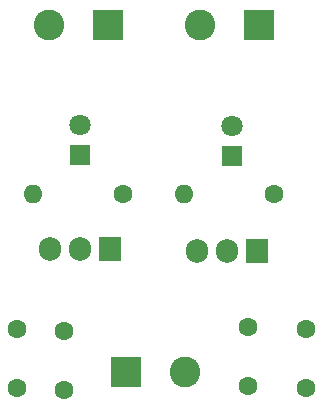
<source format=gbr>
%TF.GenerationSoftware,KiCad,Pcbnew,(7.0.0)*%
%TF.CreationDate,2023-04-15T22:01:32+02:00*%
%TF.ProjectId,incredibly_simple_voltage_regulator,696e6372-6564-4696-926c-795f73696d70,rev?*%
%TF.SameCoordinates,Original*%
%TF.FileFunction,Soldermask,Bot*%
%TF.FilePolarity,Negative*%
%FSLAX46Y46*%
G04 Gerber Fmt 4.6, Leading zero omitted, Abs format (unit mm)*
G04 Created by KiCad (PCBNEW (7.0.0)) date 2023-04-15 22:01:32*
%MOMM*%
%LPD*%
G01*
G04 APERTURE LIST*
%ADD10C,1.800000*%
%ADD11R,1.800000X1.800000*%
%ADD12C,1.600000*%
%ADD13O,1.600000X1.600000*%
%ADD14R,1.905000X2.000000*%
%ADD15O,1.905000X2.000000*%
%ADD16R,2.600000X2.600000*%
%ADD17C,2.600000*%
G04 APERTURE END LIST*
D10*
%TO.C,D1*%
X95150000Y-41785000D03*
D11*
X95149999Y-44324999D03*
%TD*%
D12*
%TO.C,C4*%
X76950000Y-59000000D03*
X76950000Y-64000000D03*
%TD*%
D13*
%TO.C,R1*%
X91039999Y-47544999D03*
D12*
X98660000Y-47545000D03*
%TD*%
D14*
%TO.C,U2*%
X84799999Y-52199999D03*
D15*
X82259999Y-52199999D03*
X79719999Y-52199999D03*
%TD*%
D11*
%TO.C,D2*%
X82299999Y-44274999D03*
D10*
X82300000Y-41735000D03*
%TD*%
D12*
%TO.C,C3*%
X80940000Y-59120000D03*
X80940000Y-64120000D03*
%TD*%
D16*
%TO.C,J2*%
X84649999Y-33249999D03*
D17*
X79650000Y-33250000D03*
%TD*%
D12*
%TO.C,C2*%
X96480000Y-63785000D03*
X96480000Y-58785000D03*
%TD*%
D16*
%TO.C,J1*%
X97399999Y-33244999D03*
D17*
X92400000Y-33245000D03*
%TD*%
D15*
%TO.C,U1*%
X92179999Y-52344999D03*
X94719999Y-52344999D03*
D14*
X97259999Y-52344999D03*
%TD*%
D17*
%TO.C,J3*%
X91200000Y-62600000D03*
D16*
X86199999Y-62599999D03*
%TD*%
D12*
%TO.C,C1*%
X101380000Y-63985000D03*
X101380000Y-58985000D03*
%TD*%
%TO.C,R2*%
X85910000Y-47550000D03*
D13*
X78289999Y-47549999D03*
%TD*%
M02*

</source>
